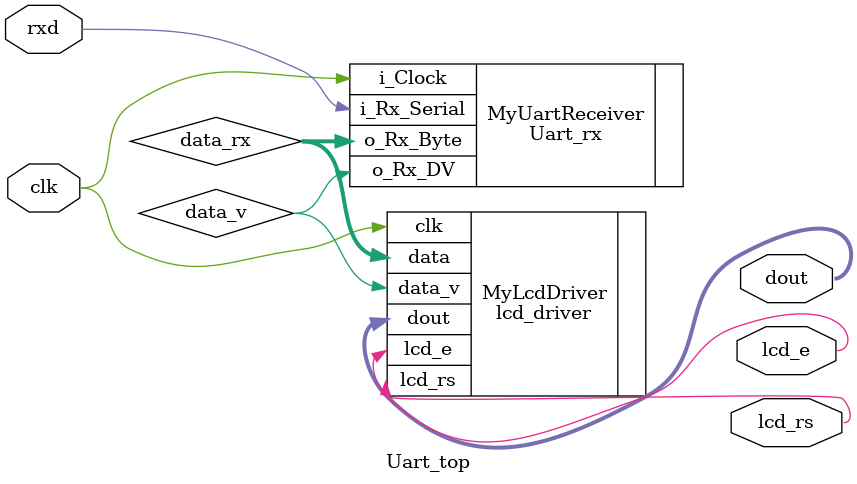
<source format=v>
`include "Uart_rx.v"
`include "lcd_driver.v"

module Uart_top (
      input  rxd,                    // Uart receiver line 
      input  clk ,
      output  lcd_e,             // LCD enable control
      output  lcd_rs,            // Register select: 0 = command, 1 = data
      output[7:0] dout         // 8-bit data output to LCD
);
  wire rxd;
  wire[7:0] data_rx;

  Uart_rx MyUartReceiver(
                     .i_Clock(clk),           
                     .i_Rx_Serial(rxd),
                     .o_Rx_DV(data_v),
                     .o_Rx_Byte(data_rx)
                    );

 lcd_driver MyLcdDriver(
                    .clk(clk),
                     .data_v(data_v),
                     .data(data_rx),
                     .lcd_e(lcd_e),
                     .lcd_rs(lcd_rs),
                     .dout(dout)
                     );


endmodule 

</source>
